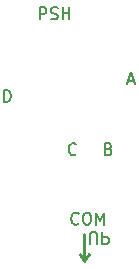
<source format=gto>
%TF.GenerationSoftware,KiCad,Pcbnew,(5.1.6)-1*%
%TF.CreationDate,2020-06-08T02:24:45-04:00*%
%TF.ProjectId,HAT_SWITCH_BREAKOUT,4841545f-5357-4495-9443-485f42524541,rev?*%
%TF.SameCoordinates,Original*%
%TF.FileFunction,Legend,Top*%
%TF.FilePolarity,Positive*%
%FSLAX46Y46*%
G04 Gerber Fmt 4.6, Leading zero omitted, Abs format (unit mm)*
G04 Created by KiCad (PCBNEW (5.1.6)-1) date 2020-06-08 02:24:45*
%MOMM*%
%LPD*%
G01*
G04 APERTURE LIST*
%ADD10C,0.150000*%
%ADD11C,0.250000*%
G04 APERTURE END LIST*
D10*
X119341284Y-111378618D02*
X119341284Y-110569094D01*
X119388903Y-110473856D01*
X119436522Y-110426237D01*
X119531760Y-110378618D01*
X119722237Y-110378618D01*
X119817475Y-110426237D01*
X119865094Y-110473856D01*
X119912713Y-110569094D01*
X119912713Y-111378618D01*
X120388903Y-110378618D02*
X120388903Y-111378618D01*
X120769856Y-111378618D01*
X120865094Y-111330999D01*
X120912713Y-111283379D01*
X120960332Y-111188141D01*
X120960332Y-111045284D01*
X120912713Y-110950046D01*
X120865094Y-110902427D01*
X120769856Y-110854808D01*
X120388903Y-110854808D01*
D11*
X118840999Y-110583856D02*
X118840999Y-112869570D01*
X118460046Y-112298141D02*
X118840999Y-112869570D01*
X119221951Y-112298141D01*
D10*
X115079094Y-92393379D02*
X115079094Y-91393379D01*
X115460046Y-91393379D01*
X115555284Y-91440999D01*
X115602903Y-91488618D01*
X115650522Y-91583856D01*
X115650522Y-91726713D01*
X115602903Y-91821951D01*
X115555284Y-91869570D01*
X115460046Y-91917189D01*
X115079094Y-91917189D01*
X116031475Y-92345760D02*
X116174332Y-92393379D01*
X116412427Y-92393379D01*
X116507665Y-92345760D01*
X116555284Y-92298141D01*
X116602903Y-92202903D01*
X116602903Y-92107665D01*
X116555284Y-92012427D01*
X116507665Y-91964808D01*
X116412427Y-91917189D01*
X116221951Y-91869570D01*
X116126713Y-91821951D01*
X116079094Y-91774332D01*
X116031475Y-91679094D01*
X116031475Y-91583856D01*
X116079094Y-91488618D01*
X116126713Y-91440999D01*
X116221951Y-91393379D01*
X116460046Y-91393379D01*
X116602903Y-91440999D01*
X117031475Y-92393379D02*
X117031475Y-91393379D01*
X117031475Y-91869570D02*
X117602903Y-91869570D01*
X117602903Y-92393379D02*
X117602903Y-91393379D01*
X118150522Y-103798141D02*
X118102903Y-103845760D01*
X117960046Y-103893379D01*
X117864808Y-103893379D01*
X117721951Y-103845760D01*
X117626713Y-103750522D01*
X117579094Y-103655284D01*
X117531475Y-103464808D01*
X117531475Y-103321951D01*
X117579094Y-103131475D01*
X117626713Y-103036237D01*
X117721951Y-102940999D01*
X117864808Y-102893379D01*
X117960046Y-102893379D01*
X118102903Y-102940999D01*
X118150522Y-102988618D01*
X118379493Y-109678009D02*
X118331874Y-109725628D01*
X118189017Y-109773247D01*
X118093779Y-109773247D01*
X117950922Y-109725628D01*
X117855684Y-109630390D01*
X117808065Y-109535152D01*
X117760446Y-109344676D01*
X117760446Y-109201819D01*
X117808065Y-109011343D01*
X117855684Y-108916105D01*
X117950922Y-108820867D01*
X118093779Y-108773247D01*
X118189017Y-108773247D01*
X118331874Y-108820867D01*
X118379493Y-108868486D01*
X118998541Y-108773247D02*
X119189017Y-108773247D01*
X119284255Y-108820867D01*
X119379493Y-108916105D01*
X119427112Y-109106581D01*
X119427112Y-109439914D01*
X119379493Y-109630390D01*
X119284255Y-109725628D01*
X119189017Y-109773247D01*
X118998541Y-109773247D01*
X118903303Y-109725628D01*
X118808065Y-109630390D01*
X118760446Y-109439914D01*
X118760446Y-109106581D01*
X118808065Y-108916105D01*
X118903303Y-108820867D01*
X118998541Y-108773247D01*
X119855684Y-109773247D02*
X119855684Y-108773247D01*
X120189017Y-109487533D01*
X120522350Y-108773247D01*
X120522350Y-109773247D01*
X120912427Y-103369570D02*
X121055284Y-103417189D01*
X121102903Y-103464808D01*
X121150522Y-103560046D01*
X121150522Y-103702903D01*
X121102903Y-103798141D01*
X121055284Y-103845760D01*
X120960046Y-103893379D01*
X120579094Y-103893379D01*
X120579094Y-102893379D01*
X120912427Y-102893379D01*
X121007665Y-102940999D01*
X121055284Y-102988618D01*
X121102903Y-103083856D01*
X121102903Y-103179094D01*
X121055284Y-103274332D01*
X121007665Y-103321951D01*
X120912427Y-103369570D01*
X120579094Y-103369570D01*
X122602903Y-97607665D02*
X123079094Y-97607665D01*
X122507665Y-97893379D02*
X122840999Y-96893379D01*
X123174332Y-97893379D01*
X112079094Y-99393379D02*
X112079094Y-98393379D01*
X112317189Y-98393379D01*
X112460046Y-98440999D01*
X112555284Y-98536237D01*
X112602903Y-98631475D01*
X112650522Y-98821951D01*
X112650522Y-98964808D01*
X112602903Y-99155284D01*
X112555284Y-99250522D01*
X112460046Y-99345760D01*
X112317189Y-99393379D01*
X112079094Y-99393379D01*
M02*

</source>
